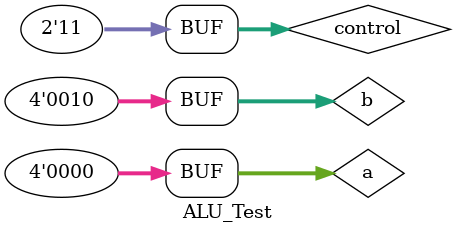
<source format=sv>
`timescale 1ns / 1ps

module ALU_Test;

    // Inputs
    logic [3:0] a, b;
    logic [1:0] control;
    
    // Outputs
    logic [3:0] alu_out;
    logic carry_out, overflow, zero, negative;
    
    // Instantiate the ALU module
    ALU alu_inst(.a(a), .b(b), .control(control), .alu_out(alu_out), .carry_out(carry_out), .overflow(overflow), .zero(zero), .negative(negative));
    
     initial begin
  a = 4'b1111; b = 4'b1111; control = 2'b00; #10;
  a = 4'b0000; b = 4'b1101; control = 2'b01; #10;
  a = 4'b0100; b = 4'b0110; control = 2'b10; #10;
  a = 4'b0111; b = 4'b0110; control = 2'b11; #10;
  a = 4'b0000; b = 4'b1101; control = 2'b00; #10;
  a = 4'b0100; b = 4'b1111; control = 2'b01; #10 ;
  a = 4'b0101; b = 4'b1001; control = 2'b10; #10 ;
  a = 4'b1110; b = 4'b0111; control = 2'b11; #10 ;
  a = 4'b1010; b = 4'b1111; control = 2'b00; #10 ;
  a = 4'b1010; b = 4'b1101; control = 2'b01; #10 ;
  a = 4'b0100; b = 4'b1011; control = 2'b10; #10 ;
  a = 4'b0101; b = 4'b1010; control = 2'b11; #10;
  a = 4'b0000; b = 4'b1110; control = 2'b00; #10;
  a = 4'b0110; b = 4'b1011; control = 2'b01; #10 ;
  a = 4'b0101; b = 4'b1010; control = 2'b10; #10;
  a = 4'b0000; b = 4'b0010; control = 2'b11; #10;
  
  
 end

    
    
endmodule



</source>
